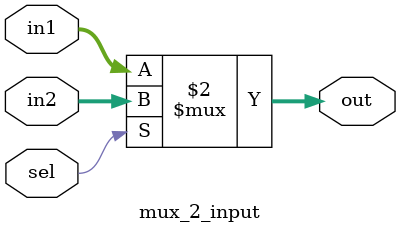
<source format=v>
module mux_2_input #(parameter integer WORD_LENGTH = 32) (in1, in2, sel, out);
	input sel;
	input[WORD_LENGTH-1:0] in1, in2;
	output[WORD_LENGTH-1:0] out;

	assign out = ~sel ? in1 : in2;
endmodule

</source>
